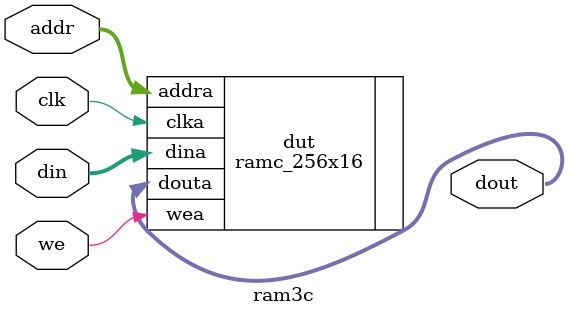
<source format=v>
`timescale 1ns / 1ps
/***********************************************************************
 *
 * Author:   Edward Mares
 * Partner:  Victor Espinoza
 * Email:    eddy.mares@gmail.com
 * Filename: ram3c.v
 * Date:     December 05, 2013
 * Version:  1.0
 *
 * Notes:    3rd ram module for the RISC 16-bit processor.
 *
 **********************************************************************/
module ram3c(
    //inputs
    input        clk,
    input        we,
    input [7:0]  addr,
    input [15:0] din,
    //outputs
    output [15:0] dout
    );
    
   //----------- Begin Cut here for INSTANTIATION Template ---// INST_TAG
   ramc_256x16 dut (
      .clka(clk),
      .wea(we), // Bus [0 : 0] 
      .addra(addr), // Bus [7 : 0] 
      .dina(din), // Bus [15 : 0] 
      .douta(dout)); // Bus [15 : 0] 

   // INST_TAG_END ------ End INSTANTIATION Template ---------


endmodule

</source>
